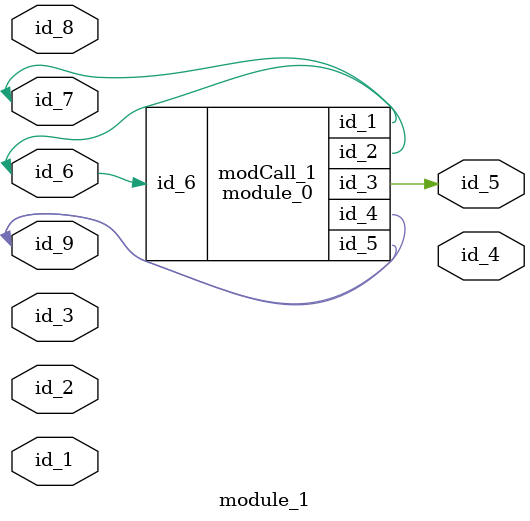
<source format=v>
module module_0 (
    id_1,
    id_2,
    id_3,
    id_4,
    id_5,
    id_6
);
  input wire id_6;
  inout wire id_5;
  inout wire id_4;
  output wire id_3;
  output wire id_2;
  output wire id_1;
  assign id_3 = id_4;
endmodule
module module_1 (
    id_1,
    id_2,
    id_3,
    id_4,
    id_5,
    id_6,
    id_7,
    id_8,
    id_9
);
  inout wire id_9;
  input wire id_8;
  inout wire id_7;
  inout wire id_6;
  output wire id_5;
  output wire id_4;
  input wire id_3;
  input wire id_2;
  input wire id_1;
  wire id_10;
  module_0 modCall_1 (
      id_7,
      id_6,
      id_5,
      id_9,
      id_9,
      id_6
  );
  wire id_11, id_12;
endmodule

</source>
